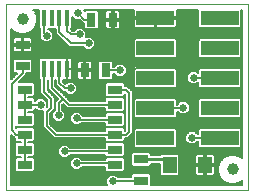
<source format=gtl>
G75*
%MOIN*%
%OFA0B0*%
%FSLAX25Y25*%
%IPPOS*%
%LPD*%
%AMOC8*
5,1,8,0,0,1.08239X$1,22.5*
%
%ADD10C,0.00000*%
%ADD11R,0.03150X0.04724*%
%ADD12R,0.05000X0.02992*%
%ADD13R,0.12500X0.05000*%
%ADD14R,0.04724X0.05512*%
%ADD15R,0.04724X0.03150*%
%ADD16C,0.03937*%
%ADD17R,0.01700X0.05600*%
%ADD18C,0.02600*%
%ADD19C,0.00600*%
%ADD20C,0.01000*%
D10*
X0001500Y0002050D02*
X0082000Y0002050D01*
X0082000Y0064050D01*
X0001500Y0064050D01*
X0001500Y0002050D01*
D11*
X0027657Y0042050D03*
X0034743Y0042050D03*
X0037043Y0058950D03*
X0029957Y0058950D03*
D12*
X0037763Y0035619D03*
X0037763Y0030619D03*
X0037763Y0025619D03*
X0037763Y0020619D03*
X0037763Y0015619D03*
X0037763Y0010619D03*
X0007763Y0010619D03*
X0007763Y0015619D03*
X0007763Y0020619D03*
X0007763Y0025619D03*
X0007763Y0030619D03*
X0007763Y0035619D03*
D13*
X0051300Y0039450D03*
X0051300Y0029450D03*
X0051300Y0019450D03*
X0072800Y0019450D03*
X0072800Y0029450D03*
X0072800Y0039450D03*
X0072800Y0049450D03*
X0072800Y0059450D03*
X0051300Y0059450D03*
X0051300Y0049450D03*
D14*
X0055994Y0010450D03*
X0067806Y0010450D03*
D15*
X0046400Y0012393D03*
X0046400Y0005307D03*
X0007000Y0043507D03*
X0007000Y0050593D03*
D16*
X0007000Y0059050D03*
X0077000Y0009050D03*
D17*
X0021839Y0042500D03*
X0019280Y0042500D03*
X0016720Y0042500D03*
X0014161Y0042500D03*
X0014161Y0059600D03*
X0016720Y0059600D03*
X0019280Y0059600D03*
X0021839Y0059600D03*
D18*
X0025500Y0061050D03*
X0026000Y0054050D03*
X0029000Y0051050D03*
X0039500Y0042050D03*
X0023000Y0036050D03*
X0013000Y0030550D03*
X0019000Y0027050D03*
X0025000Y0026050D03*
X0021000Y0015050D03*
X0025000Y0011050D03*
X0037000Y0005050D03*
X0063500Y0019550D03*
X0060500Y0029550D03*
X0064000Y0039550D03*
X0015000Y0053550D03*
D19*
X0014161Y0054389D01*
X0014161Y0059600D01*
X0012411Y0059507D02*
X0011837Y0059507D01*
X0011837Y0060012D02*
X0011101Y0061790D01*
X0010641Y0062250D01*
X0012411Y0062250D01*
X0012411Y0056427D01*
X0012939Y0055900D01*
X0012961Y0055900D01*
X0012961Y0054623D01*
X0012800Y0054461D01*
X0012800Y0052639D01*
X0014089Y0051350D01*
X0015911Y0051350D01*
X0017200Y0052639D01*
X0017200Y0054461D01*
X0015911Y0055750D01*
X0015361Y0055750D01*
X0015361Y0055900D01*
X0015384Y0055900D01*
X0015441Y0055957D01*
X0015498Y0055900D01*
X0017943Y0055900D01*
X0018000Y0055957D01*
X0018057Y0055900D01*
X0018080Y0055900D01*
X0018080Y0054273D01*
X0021800Y0050553D01*
X0022503Y0049850D01*
X0027089Y0049850D01*
X0028089Y0048850D01*
X0029911Y0048850D01*
X0031200Y0050139D01*
X0031200Y0051961D01*
X0029911Y0053250D01*
X0028200Y0053250D01*
X0028200Y0054961D01*
X0026911Y0056250D01*
X0025089Y0056250D01*
X0024089Y0055250D01*
X0023497Y0055250D01*
X0023039Y0055708D01*
X0023039Y0055900D01*
X0023061Y0055900D01*
X0023589Y0056427D01*
X0023589Y0059850D01*
X0024589Y0058850D01*
X0026003Y0058850D01*
X0027103Y0057750D01*
X0027482Y0057750D01*
X0027482Y0056215D01*
X0028009Y0055688D01*
X0031904Y0055688D01*
X0032431Y0056215D01*
X0032431Y0061685D01*
X0031904Y0062212D01*
X0028009Y0062212D01*
X0027700Y0061903D01*
X0027700Y0061961D01*
X0027411Y0062250D01*
X0044200Y0062250D01*
X0044150Y0062129D01*
X0044150Y0059750D01*
X0051000Y0059750D01*
X0051000Y0059150D01*
X0051600Y0059150D01*
X0051600Y0059750D01*
X0058450Y0059750D01*
X0058450Y0062129D01*
X0058400Y0062250D01*
X0065650Y0062250D01*
X0065650Y0056577D01*
X0066177Y0056050D01*
X0079423Y0056050D01*
X0079950Y0056577D01*
X0079950Y0062250D01*
X0080200Y0062250D01*
X0080200Y0012691D01*
X0079740Y0013151D01*
X0077962Y0013887D01*
X0076038Y0013887D01*
X0074260Y0013151D01*
X0072899Y0011790D01*
X0072163Y0010012D01*
X0072163Y0008088D01*
X0072899Y0006310D01*
X0074260Y0004949D01*
X0076038Y0004213D01*
X0077962Y0004213D01*
X0079740Y0004949D01*
X0080200Y0005409D01*
X0080200Y0003850D01*
X0049662Y0003850D01*
X0049662Y0007254D01*
X0049135Y0007781D01*
X0043665Y0007781D01*
X0043138Y0007254D01*
X0043138Y0006507D01*
X0038655Y0006507D01*
X0037911Y0007250D01*
X0036089Y0007250D01*
X0034800Y0005961D01*
X0034800Y0004139D01*
X0035089Y0003850D01*
X0003300Y0003850D01*
X0003300Y0020553D01*
X0004363Y0019490D01*
X0004363Y0018750D01*
X0004890Y0018222D01*
X0006563Y0018222D01*
X0006563Y0018015D01*
X0004890Y0018015D01*
X0004363Y0017487D01*
X0004363Y0013750D01*
X0004890Y0013222D01*
X0006563Y0013222D01*
X0006563Y0013015D01*
X0004890Y0013015D01*
X0004363Y0012487D01*
X0004363Y0008750D01*
X0004890Y0008222D01*
X0010636Y0008222D01*
X0011163Y0008750D01*
X0011163Y0012487D01*
X0010636Y0013015D01*
X0008963Y0013015D01*
X0008963Y0013222D01*
X0010636Y0013222D01*
X0011163Y0013750D01*
X0011163Y0017487D01*
X0010636Y0018015D01*
X0008963Y0018015D01*
X0008963Y0018222D01*
X0010636Y0018222D01*
X0011163Y0018750D01*
X0011163Y0022487D01*
X0010636Y0023015D01*
X0004890Y0023015D01*
X0004700Y0022824D01*
X0004700Y0023413D01*
X0004890Y0023222D01*
X0010636Y0023222D01*
X0011163Y0023750D01*
X0011163Y0027487D01*
X0010636Y0028015D01*
X0008963Y0028015D01*
X0008963Y0028222D01*
X0010636Y0028222D01*
X0011163Y0028750D01*
X0011163Y0029276D01*
X0012089Y0028350D01*
X0013800Y0028350D01*
X0013800Y0023053D01*
X0016800Y0020053D01*
X0017503Y0019350D01*
X0034363Y0019350D01*
X0034363Y0018750D01*
X0034890Y0018222D01*
X0040636Y0018222D01*
X0041163Y0018750D01*
X0041163Y0019350D01*
X0041997Y0019350D01*
X0042700Y0020053D01*
X0043700Y0021053D01*
X0043700Y0035047D01*
X0042997Y0035750D01*
X0041929Y0036818D01*
X0041163Y0036818D01*
X0041163Y0037487D01*
X0040636Y0038015D01*
X0034890Y0038015D01*
X0034363Y0037487D01*
X0034363Y0033750D01*
X0034890Y0033222D01*
X0040636Y0033222D01*
X0041163Y0033750D01*
X0041163Y0034190D01*
X0041300Y0034053D01*
X0041300Y0022047D01*
X0041163Y0021910D01*
X0041163Y0022487D01*
X0040636Y0023015D01*
X0034890Y0023015D01*
X0034363Y0022487D01*
X0034363Y0021750D01*
X0018497Y0021750D01*
X0016200Y0024047D01*
X0016200Y0027553D01*
X0017700Y0029053D01*
X0017700Y0033047D01*
X0016997Y0033750D01*
X0015361Y0035386D01*
X0015361Y0038800D01*
X0015384Y0038800D01*
X0015441Y0038857D01*
X0015498Y0038800D01*
X0015520Y0038800D01*
X0015520Y0035832D01*
X0016223Y0035130D01*
X0018803Y0032550D01*
X0017800Y0031547D01*
X0017800Y0028961D01*
X0016800Y0027961D01*
X0016800Y0026139D01*
X0018089Y0024850D01*
X0019911Y0024850D01*
X0021200Y0026139D01*
X0021200Y0027961D01*
X0020200Y0028961D01*
X0020200Y0030553D01*
X0020500Y0030853D01*
X0021934Y0029419D01*
X0034363Y0029419D01*
X0034363Y0028750D01*
X0034890Y0028222D01*
X0040636Y0028222D01*
X0041163Y0028750D01*
X0041163Y0032487D01*
X0040636Y0033015D01*
X0034890Y0033015D01*
X0034363Y0032487D01*
X0034363Y0031818D01*
X0022929Y0031818D01*
X0021700Y0033047D01*
X0020997Y0033750D01*
X0017920Y0036827D01*
X0017920Y0038800D01*
X0017943Y0038800D01*
X0018000Y0038857D01*
X0018057Y0038800D01*
X0018080Y0038800D01*
X0018080Y0037273D01*
X0018782Y0036570D01*
X0020503Y0034850D01*
X0021089Y0034850D01*
X0022089Y0033850D01*
X0023911Y0033850D01*
X0025200Y0035139D01*
X0025200Y0036961D01*
X0023911Y0038250D01*
X0022089Y0038250D01*
X0021293Y0037454D01*
X0020479Y0038268D01*
X0020479Y0038800D01*
X0020502Y0038800D01*
X0020592Y0038890D01*
X0020810Y0038800D01*
X0021714Y0038800D01*
X0021714Y0042375D01*
X0021964Y0042375D01*
X0021964Y0042625D01*
X0023589Y0042625D01*
X0023589Y0045479D01*
X0023452Y0045810D01*
X0023198Y0046063D01*
X0022868Y0046200D01*
X0021964Y0046200D01*
X0021964Y0042625D01*
X0021714Y0042625D01*
X0021714Y0046200D01*
X0020810Y0046200D01*
X0020592Y0046110D01*
X0020502Y0046200D01*
X0018057Y0046200D01*
X0018000Y0046143D01*
X0017943Y0046200D01*
X0015498Y0046200D01*
X0015441Y0046143D01*
X0015384Y0046200D01*
X0012939Y0046200D01*
X0012411Y0045673D01*
X0012411Y0039327D01*
X0012939Y0038800D01*
X0012961Y0038800D01*
X0012961Y0034392D01*
X0015300Y0032053D01*
X0015300Y0030047D01*
X0015200Y0029947D01*
X0015200Y0031461D01*
X0013911Y0032750D01*
X0012089Y0032750D01*
X0011163Y0031824D01*
X0011163Y0032487D01*
X0010636Y0033015D01*
X0008963Y0033015D01*
X0008963Y0033222D01*
X0010636Y0033222D01*
X0011163Y0033750D01*
X0011163Y0037487D01*
X0010636Y0038015D01*
X0005662Y0038015D01*
X0008200Y0040553D01*
X0008200Y0041032D01*
X0009735Y0041032D01*
X0010262Y0041559D01*
X0010262Y0045454D01*
X0009735Y0045981D01*
X0004265Y0045981D01*
X0003738Y0045454D01*
X0003738Y0041559D01*
X0004265Y0041032D01*
X0005285Y0041032D01*
X0003300Y0039047D01*
X0003300Y0055909D01*
X0004260Y0054949D01*
X0006038Y0054213D01*
X0007962Y0054213D01*
X0009740Y0054949D01*
X0011101Y0056310D01*
X0011837Y0058088D01*
X0011837Y0060012D01*
X0011798Y0060106D02*
X0012411Y0060106D01*
X0012411Y0060704D02*
X0011550Y0060704D01*
X0011302Y0061303D02*
X0012411Y0061303D01*
X0012411Y0061901D02*
X0010989Y0061901D01*
X0011837Y0058909D02*
X0012411Y0058909D01*
X0012411Y0058310D02*
X0011837Y0058310D01*
X0011681Y0057712D02*
X0012411Y0057712D01*
X0012411Y0057113D02*
X0011433Y0057113D01*
X0011185Y0056515D02*
X0012411Y0056515D01*
X0012923Y0055916D02*
X0010707Y0055916D01*
X0010108Y0055318D02*
X0012961Y0055318D01*
X0012961Y0054719D02*
X0009184Y0054719D01*
X0009541Y0053068D02*
X0007300Y0053068D01*
X0007300Y0050893D01*
X0010262Y0050893D01*
X0010262Y0052347D01*
X0010125Y0052678D01*
X0009872Y0052931D01*
X0009541Y0053068D01*
X0009880Y0052923D02*
X0012800Y0052923D01*
X0012800Y0053522D02*
X0003300Y0053522D01*
X0003300Y0054120D02*
X0012800Y0054120D01*
X0013114Y0052325D02*
X0010262Y0052325D01*
X0010262Y0051726D02*
X0013712Y0051726D01*
X0016288Y0051726D02*
X0020627Y0051726D01*
X0021225Y0051128D02*
X0010262Y0051128D01*
X0010262Y0050293D02*
X0007300Y0050293D01*
X0007300Y0048119D01*
X0009541Y0048119D01*
X0009872Y0048256D01*
X0010125Y0048509D01*
X0010262Y0048839D01*
X0010262Y0050293D01*
X0010262Y0049931D02*
X0022422Y0049931D01*
X0021824Y0050529D02*
X0007300Y0050529D01*
X0007300Y0050293D02*
X0007300Y0050893D01*
X0006700Y0050893D01*
X0006700Y0050293D01*
X0007300Y0050293D01*
X0007300Y0049931D02*
X0006700Y0049931D01*
X0006700Y0050293D02*
X0006700Y0048119D01*
X0004459Y0048119D01*
X0004128Y0048256D01*
X0003875Y0048509D01*
X0003738Y0048839D01*
X0003738Y0050293D01*
X0006700Y0050293D01*
X0006700Y0050529D02*
X0003300Y0050529D01*
X0003738Y0050893D02*
X0003738Y0052347D01*
X0003875Y0052678D01*
X0004128Y0052931D01*
X0004459Y0053068D01*
X0006700Y0053068D01*
X0006700Y0050893D01*
X0003738Y0050893D01*
X0003738Y0051128D02*
X0003300Y0051128D01*
X0003300Y0051726D02*
X0003738Y0051726D01*
X0003738Y0052325D02*
X0003300Y0052325D01*
X0003300Y0052923D02*
X0004120Y0052923D01*
X0004816Y0054719D02*
X0003300Y0054719D01*
X0003300Y0055318D02*
X0003892Y0055318D01*
X0006700Y0052923D02*
X0007300Y0052923D01*
X0007300Y0052325D02*
X0006700Y0052325D01*
X0006700Y0051726D02*
X0007300Y0051726D01*
X0007300Y0051128D02*
X0006700Y0051128D01*
X0006700Y0049332D02*
X0007300Y0049332D01*
X0007300Y0048734D02*
X0006700Y0048734D01*
X0006700Y0048135D02*
X0007300Y0048135D01*
X0009582Y0048135D02*
X0044150Y0048135D01*
X0044150Y0047537D02*
X0003300Y0047537D01*
X0003300Y0048135D02*
X0004418Y0048135D01*
X0003782Y0048734D02*
X0003300Y0048734D01*
X0003300Y0049332D02*
X0003738Y0049332D01*
X0003738Y0049931D02*
X0003300Y0049931D01*
X0003300Y0046938D02*
X0044150Y0046938D01*
X0044150Y0046577D02*
X0044677Y0046050D01*
X0057923Y0046050D01*
X0058450Y0046577D01*
X0058450Y0052323D01*
X0057923Y0052850D01*
X0044677Y0052850D01*
X0044150Y0052323D01*
X0044150Y0046577D01*
X0044387Y0046340D02*
X0003300Y0046340D01*
X0003300Y0045741D02*
X0004025Y0045741D01*
X0003738Y0045143D02*
X0003300Y0045143D01*
X0003300Y0044544D02*
X0003738Y0044544D01*
X0003738Y0043946D02*
X0003300Y0043946D01*
X0003300Y0043347D02*
X0003738Y0043347D01*
X0003738Y0042749D02*
X0003300Y0042749D01*
X0003300Y0042150D02*
X0003738Y0042150D01*
X0003745Y0041552D02*
X0003300Y0041552D01*
X0003300Y0040953D02*
X0005206Y0040953D01*
X0004608Y0040355D02*
X0003300Y0040355D01*
X0003300Y0039756D02*
X0004009Y0039756D01*
X0003411Y0039158D02*
X0003300Y0039158D01*
X0003500Y0037550D02*
X0007000Y0041050D01*
X0007000Y0043507D01*
X0008200Y0040953D02*
X0012411Y0040953D01*
X0012411Y0040355D02*
X0008002Y0040355D01*
X0007403Y0039756D02*
X0012411Y0039756D01*
X0012581Y0039158D02*
X0006805Y0039158D01*
X0006206Y0038559D02*
X0012961Y0038559D01*
X0012961Y0037961D02*
X0010690Y0037961D01*
X0011163Y0037362D02*
X0012961Y0037362D01*
X0012961Y0036764D02*
X0011163Y0036764D01*
X0011163Y0036165D02*
X0012961Y0036165D01*
X0012961Y0035567D02*
X0011163Y0035567D01*
X0011163Y0034968D02*
X0012961Y0034968D01*
X0012983Y0034370D02*
X0011163Y0034370D01*
X0011163Y0033771D02*
X0013582Y0033771D01*
X0014180Y0033173D02*
X0008963Y0033173D01*
X0011076Y0032574D02*
X0011913Y0032574D01*
X0011314Y0031976D02*
X0011163Y0031976D01*
X0012931Y0030619D02*
X0013000Y0030550D01*
X0012931Y0030619D02*
X0007763Y0030619D01*
X0007763Y0025619D01*
X0011163Y0025392D02*
X0013800Y0025392D01*
X0013800Y0025990D02*
X0011163Y0025990D01*
X0011163Y0026589D02*
X0013800Y0026589D01*
X0013800Y0027187D02*
X0011163Y0027187D01*
X0010864Y0027786D02*
X0013800Y0027786D01*
X0015000Y0028050D02*
X0015000Y0023550D01*
X0018000Y0020550D01*
X0037694Y0020550D01*
X0037763Y0020619D01*
X0037831Y0020550D01*
X0041500Y0020550D01*
X0042500Y0021550D01*
X0042500Y0034550D01*
X0041431Y0035619D01*
X0037763Y0035619D01*
X0034363Y0035567D02*
X0025200Y0035567D01*
X0025200Y0036165D02*
X0034363Y0036165D01*
X0034363Y0036764D02*
X0025200Y0036764D01*
X0024799Y0037362D02*
X0034363Y0037362D01*
X0034836Y0037961D02*
X0024201Y0037961D01*
X0023198Y0038937D02*
X0023452Y0039190D01*
X0023589Y0039521D01*
X0023589Y0042375D01*
X0021964Y0042375D01*
X0021964Y0038800D01*
X0022868Y0038800D01*
X0023198Y0038937D01*
X0023419Y0039158D02*
X0025339Y0039158D01*
X0025319Y0039178D02*
X0025572Y0038925D01*
X0025903Y0038788D01*
X0027357Y0038788D01*
X0027357Y0041750D01*
X0027957Y0041750D01*
X0027957Y0042350D01*
X0030131Y0042350D01*
X0030131Y0044591D01*
X0029994Y0044922D01*
X0029741Y0045175D01*
X0029411Y0045312D01*
X0027957Y0045312D01*
X0027957Y0042350D01*
X0027357Y0042350D01*
X0027357Y0045312D01*
X0025903Y0045312D01*
X0025572Y0045175D01*
X0025319Y0044922D01*
X0025182Y0044591D01*
X0025182Y0042350D01*
X0027357Y0042350D01*
X0027357Y0041750D01*
X0025182Y0041750D01*
X0025182Y0039509D01*
X0025319Y0039178D01*
X0025182Y0039756D02*
X0023589Y0039756D01*
X0023589Y0040355D02*
X0025182Y0040355D01*
X0025182Y0040953D02*
X0023589Y0040953D01*
X0023589Y0041552D02*
X0025182Y0041552D01*
X0025182Y0042749D02*
X0023589Y0042749D01*
X0023589Y0043347D02*
X0025182Y0043347D01*
X0025182Y0043946D02*
X0023589Y0043946D01*
X0023589Y0044544D02*
X0025182Y0044544D01*
X0025540Y0045143D02*
X0023589Y0045143D01*
X0023480Y0045741D02*
X0080200Y0045741D01*
X0080200Y0045143D02*
X0036860Y0045143D01*
X0036691Y0045312D02*
X0032796Y0045312D01*
X0032269Y0044785D01*
X0032269Y0039315D01*
X0032796Y0038788D01*
X0036691Y0038788D01*
X0037218Y0039315D01*
X0037218Y0040850D01*
X0037589Y0040850D01*
X0038589Y0039850D01*
X0040411Y0039850D01*
X0041700Y0041139D01*
X0041700Y0042961D01*
X0040411Y0044250D01*
X0038589Y0044250D01*
X0037589Y0043250D01*
X0037218Y0043250D01*
X0037218Y0044785D01*
X0036691Y0045312D01*
X0037218Y0044544D02*
X0080200Y0044544D01*
X0080200Y0043946D02*
X0040715Y0043946D01*
X0041314Y0043347D02*
X0080200Y0043347D01*
X0080200Y0042749D02*
X0079524Y0042749D01*
X0079423Y0042850D02*
X0079950Y0042323D01*
X0079950Y0036577D01*
X0079423Y0036050D01*
X0066177Y0036050D01*
X0065650Y0036577D01*
X0065650Y0038089D01*
X0064911Y0037350D01*
X0063089Y0037350D01*
X0061800Y0038639D01*
X0061800Y0040461D01*
X0063089Y0041750D01*
X0064911Y0041750D01*
X0065650Y0041011D01*
X0065650Y0042323D01*
X0066177Y0042850D01*
X0079423Y0042850D01*
X0079950Y0042150D02*
X0080200Y0042150D01*
X0080200Y0041552D02*
X0079950Y0041552D01*
X0079950Y0040953D02*
X0080200Y0040953D01*
X0080200Y0040355D02*
X0079950Y0040355D01*
X0079950Y0039756D02*
X0080200Y0039756D01*
X0080200Y0039158D02*
X0079950Y0039158D01*
X0079950Y0038559D02*
X0080200Y0038559D01*
X0080200Y0037961D02*
X0079950Y0037961D01*
X0079950Y0037362D02*
X0080200Y0037362D01*
X0080200Y0036764D02*
X0079950Y0036764D01*
X0080200Y0036165D02*
X0079538Y0036165D01*
X0080200Y0035567D02*
X0043180Y0035567D01*
X0043700Y0034968D02*
X0080200Y0034968D01*
X0080200Y0034370D02*
X0043700Y0034370D01*
X0043700Y0033771D02*
X0080200Y0033771D01*
X0080200Y0033173D02*
X0043700Y0033173D01*
X0043700Y0032574D02*
X0044401Y0032574D01*
X0044150Y0032323D02*
X0044677Y0032850D01*
X0057923Y0032850D01*
X0058450Y0032323D01*
X0058450Y0030650D01*
X0058489Y0030650D01*
X0059589Y0031750D01*
X0061411Y0031750D01*
X0062700Y0030461D01*
X0062700Y0028639D01*
X0061411Y0027350D01*
X0059589Y0027350D01*
X0058689Y0028250D01*
X0058450Y0028250D01*
X0058450Y0026577D01*
X0057923Y0026050D01*
X0044677Y0026050D01*
X0044150Y0026577D01*
X0044150Y0032323D01*
X0044150Y0031976D02*
X0043700Y0031976D01*
X0043700Y0031377D02*
X0044150Y0031377D01*
X0044150Y0030779D02*
X0043700Y0030779D01*
X0043700Y0030180D02*
X0044150Y0030180D01*
X0044150Y0029582D02*
X0043700Y0029582D01*
X0043700Y0028983D02*
X0044150Y0028983D01*
X0044150Y0028384D02*
X0043700Y0028384D01*
X0043700Y0027786D02*
X0044150Y0027786D01*
X0044150Y0027187D02*
X0043700Y0027187D01*
X0043700Y0026589D02*
X0044150Y0026589D01*
X0043700Y0025990D02*
X0080200Y0025990D01*
X0080200Y0025392D02*
X0043700Y0025392D01*
X0043700Y0024793D02*
X0080200Y0024793D01*
X0080200Y0024195D02*
X0043700Y0024195D01*
X0043700Y0023596D02*
X0080200Y0023596D01*
X0080200Y0022998D02*
X0043700Y0022998D01*
X0043700Y0022399D02*
X0044227Y0022399D01*
X0044150Y0022323D02*
X0044150Y0016577D01*
X0044677Y0016050D01*
X0057923Y0016050D01*
X0058450Y0016577D01*
X0058450Y0022323D01*
X0057923Y0022850D01*
X0044677Y0022850D01*
X0044150Y0022323D01*
X0044150Y0021801D02*
X0043700Y0021801D01*
X0043700Y0021202D02*
X0044150Y0021202D01*
X0044150Y0020604D02*
X0043251Y0020604D01*
X0042652Y0020005D02*
X0044150Y0020005D01*
X0044150Y0019407D02*
X0042054Y0019407D01*
X0041163Y0018808D02*
X0044150Y0018808D01*
X0044150Y0018210D02*
X0008963Y0018210D01*
X0011039Y0017611D02*
X0034487Y0017611D01*
X0034363Y0017487D02*
X0034363Y0016250D01*
X0022911Y0016250D01*
X0021911Y0017250D01*
X0020089Y0017250D01*
X0018800Y0015961D01*
X0018800Y0014139D01*
X0020089Y0012850D01*
X0021911Y0012850D01*
X0022911Y0013850D01*
X0034363Y0013850D01*
X0034363Y0013750D01*
X0034890Y0013222D01*
X0040636Y0013222D01*
X0041163Y0013750D01*
X0041163Y0017487D01*
X0040636Y0018015D01*
X0034890Y0018015D01*
X0034363Y0017487D01*
X0034363Y0017013D02*
X0022148Y0017013D01*
X0022747Y0016414D02*
X0034363Y0016414D01*
X0037194Y0015050D02*
X0021000Y0015050D01*
X0022483Y0013422D02*
X0034691Y0013422D01*
X0034890Y0013015D02*
X0034363Y0012487D01*
X0034363Y0012250D01*
X0026911Y0012250D01*
X0025911Y0013250D01*
X0024089Y0013250D01*
X0022800Y0011961D01*
X0022800Y0010139D01*
X0024089Y0008850D01*
X0025911Y0008850D01*
X0026911Y0009850D01*
X0034363Y0009850D01*
X0034363Y0008750D01*
X0034890Y0008222D01*
X0040636Y0008222D01*
X0041163Y0008750D01*
X0041163Y0012487D01*
X0040636Y0013015D01*
X0034890Y0013015D01*
X0034699Y0012823D02*
X0026338Y0012823D01*
X0025000Y0011050D02*
X0037331Y0011050D01*
X0037763Y0010619D01*
X0040827Y0012823D02*
X0043138Y0012823D01*
X0043138Y0012225D02*
X0041163Y0012225D01*
X0041163Y0011626D02*
X0043138Y0011626D01*
X0043138Y0011028D02*
X0041163Y0011028D01*
X0041163Y0010429D02*
X0043154Y0010429D01*
X0043138Y0010446D02*
X0043665Y0009919D01*
X0049135Y0009919D01*
X0049662Y0010446D01*
X0049662Y0010993D01*
X0052732Y0010993D01*
X0052732Y0007321D01*
X0053259Y0006794D01*
X0058729Y0006794D01*
X0059257Y0007321D01*
X0059257Y0013579D01*
X0058729Y0014106D01*
X0053259Y0014106D01*
X0052947Y0013793D01*
X0049662Y0013793D01*
X0049662Y0014341D01*
X0049135Y0014868D01*
X0043665Y0014868D01*
X0043138Y0014341D01*
X0043138Y0010446D01*
X0041163Y0009831D02*
X0052732Y0009831D01*
X0052732Y0010429D02*
X0049646Y0010429D01*
X0049480Y0007437D02*
X0052732Y0007437D01*
X0052732Y0008035D02*
X0003300Y0008035D01*
X0003300Y0007437D02*
X0043320Y0007437D01*
X0043138Y0006838D02*
X0038323Y0006838D01*
X0037257Y0005307D02*
X0037000Y0005050D01*
X0037257Y0005307D02*
X0046400Y0005307D01*
X0049662Y0005043D02*
X0074167Y0005043D01*
X0073568Y0005641D02*
X0049662Y0005641D01*
X0049662Y0006240D02*
X0072970Y0006240D01*
X0072681Y0006838D02*
X0070453Y0006838D01*
X0070347Y0006794D02*
X0070678Y0006931D01*
X0070931Y0007184D01*
X0071068Y0007515D01*
X0071068Y0010150D01*
X0068106Y0010150D01*
X0068106Y0010750D01*
X0071068Y0010750D01*
X0071068Y0013385D01*
X0070931Y0013716D01*
X0070678Y0013969D01*
X0070347Y0014106D01*
X0068105Y0014106D01*
X0068105Y0010750D01*
X0067506Y0010750D01*
X0067506Y0014106D01*
X0065264Y0014106D01*
X0064933Y0013969D01*
X0064680Y0013716D01*
X0064543Y0013385D01*
X0064543Y0010750D01*
X0067505Y0010750D01*
X0067505Y0010150D01*
X0064543Y0010150D01*
X0064543Y0007515D01*
X0064680Y0007184D01*
X0064933Y0006931D01*
X0065264Y0006794D01*
X0067506Y0006794D01*
X0067506Y0010150D01*
X0068105Y0010150D01*
X0068105Y0006794D01*
X0070347Y0006794D01*
X0071035Y0007437D02*
X0072433Y0007437D01*
X0072185Y0008035D02*
X0071068Y0008035D01*
X0071068Y0008634D02*
X0072163Y0008634D01*
X0072163Y0009232D02*
X0071068Y0009232D01*
X0071068Y0009831D02*
X0072163Y0009831D01*
X0072336Y0010429D02*
X0068106Y0010429D01*
X0068105Y0009831D02*
X0067506Y0009831D01*
X0067505Y0010429D02*
X0059257Y0010429D01*
X0059257Y0009831D02*
X0064543Y0009831D01*
X0064543Y0009232D02*
X0059257Y0009232D01*
X0059257Y0008634D02*
X0064543Y0008634D01*
X0064543Y0008035D02*
X0059257Y0008035D01*
X0059257Y0007437D02*
X0064576Y0007437D01*
X0065158Y0006838D02*
X0058773Y0006838D01*
X0059257Y0011028D02*
X0064543Y0011028D01*
X0064543Y0011626D02*
X0059257Y0011626D01*
X0059257Y0012225D02*
X0064543Y0012225D01*
X0064543Y0012823D02*
X0059257Y0012823D01*
X0059257Y0013422D02*
X0064559Y0013422D01*
X0065057Y0014020D02*
X0058815Y0014020D01*
X0058287Y0016414D02*
X0065813Y0016414D01*
X0065650Y0016577D02*
X0066177Y0016050D01*
X0079423Y0016050D01*
X0079950Y0016577D01*
X0079950Y0022323D01*
X0079423Y0022850D01*
X0066177Y0022850D01*
X0065650Y0022323D01*
X0065650Y0020750D01*
X0065411Y0020750D01*
X0064411Y0021750D01*
X0062589Y0021750D01*
X0061300Y0020461D01*
X0061300Y0018639D01*
X0062589Y0017350D01*
X0064411Y0017350D01*
X0065411Y0018350D01*
X0065650Y0018350D01*
X0065650Y0016577D01*
X0065650Y0017013D02*
X0058450Y0017013D01*
X0058450Y0017611D02*
X0062327Y0017611D01*
X0061729Y0018210D02*
X0058450Y0018210D01*
X0058450Y0018808D02*
X0061300Y0018808D01*
X0061300Y0019407D02*
X0058450Y0019407D01*
X0058450Y0020005D02*
X0061300Y0020005D01*
X0061443Y0020604D02*
X0058450Y0020604D01*
X0058450Y0021202D02*
X0062041Y0021202D01*
X0063500Y0019550D02*
X0072700Y0019550D01*
X0072800Y0019450D01*
X0065727Y0022399D02*
X0058373Y0022399D01*
X0058450Y0021801D02*
X0065650Y0021801D01*
X0065650Y0021202D02*
X0064959Y0021202D01*
X0065271Y0018210D02*
X0065650Y0018210D01*
X0065650Y0017611D02*
X0064673Y0017611D01*
X0067506Y0014020D02*
X0068105Y0014020D01*
X0068105Y0013422D02*
X0067506Y0013422D01*
X0067506Y0012823D02*
X0068105Y0012823D01*
X0068105Y0012225D02*
X0067506Y0012225D01*
X0067506Y0011626D02*
X0068105Y0011626D01*
X0068105Y0011028D02*
X0067506Y0011028D01*
X0067506Y0009232D02*
X0068105Y0009232D01*
X0068105Y0008634D02*
X0067506Y0008634D01*
X0067506Y0008035D02*
X0068105Y0008035D01*
X0068105Y0007437D02*
X0067506Y0007437D01*
X0067506Y0006838D02*
X0068105Y0006838D01*
X0071068Y0011028D02*
X0072584Y0011028D01*
X0072832Y0011626D02*
X0071068Y0011626D01*
X0071068Y0012225D02*
X0073334Y0012225D01*
X0073933Y0012823D02*
X0071068Y0012823D01*
X0071052Y0013422D02*
X0074915Y0013422D01*
X0079085Y0013422D02*
X0080200Y0013422D01*
X0080200Y0014020D02*
X0070554Y0014020D01*
X0079787Y0016414D02*
X0080200Y0016414D01*
X0080200Y0015816D02*
X0041163Y0015816D01*
X0041163Y0016414D02*
X0044313Y0016414D01*
X0044150Y0017013D02*
X0041163Y0017013D01*
X0041039Y0017611D02*
X0044150Y0017611D01*
X0041163Y0015217D02*
X0080200Y0015217D01*
X0080200Y0014619D02*
X0049384Y0014619D01*
X0049662Y0014020D02*
X0053174Y0014020D01*
X0052732Y0009232D02*
X0041163Y0009232D01*
X0041047Y0008634D02*
X0052732Y0008634D01*
X0053215Y0006838D02*
X0049662Y0006838D01*
X0049662Y0004444D02*
X0075480Y0004444D01*
X0078520Y0004444D02*
X0080200Y0004444D01*
X0080200Y0005043D02*
X0079833Y0005043D01*
X0080067Y0012823D02*
X0080200Y0012823D01*
X0080200Y0017013D02*
X0079950Y0017013D01*
X0079950Y0017611D02*
X0080200Y0017611D01*
X0080200Y0018210D02*
X0079950Y0018210D01*
X0079950Y0018808D02*
X0080200Y0018808D01*
X0080200Y0019407D02*
X0079950Y0019407D01*
X0079950Y0020005D02*
X0080200Y0020005D01*
X0080200Y0020604D02*
X0079950Y0020604D01*
X0079950Y0021202D02*
X0080200Y0021202D01*
X0080200Y0021801D02*
X0079950Y0021801D01*
X0079873Y0022399D02*
X0080200Y0022399D01*
X0079423Y0026050D02*
X0079950Y0026577D01*
X0079950Y0032323D01*
X0079423Y0032850D01*
X0066177Y0032850D01*
X0065650Y0032323D01*
X0065650Y0026577D01*
X0066177Y0026050D01*
X0079423Y0026050D01*
X0079950Y0026589D02*
X0080200Y0026589D01*
X0080200Y0027187D02*
X0079950Y0027187D01*
X0079950Y0027786D02*
X0080200Y0027786D01*
X0080200Y0028384D02*
X0079950Y0028384D01*
X0079950Y0028983D02*
X0080200Y0028983D01*
X0080200Y0029582D02*
X0079950Y0029582D01*
X0079950Y0030180D02*
X0080200Y0030180D01*
X0080200Y0030779D02*
X0079950Y0030779D01*
X0079950Y0031377D02*
X0080200Y0031377D01*
X0080200Y0031976D02*
X0079950Y0031976D01*
X0079699Y0032574D02*
X0080200Y0032574D01*
X0072800Y0039450D02*
X0072700Y0039550D01*
X0064000Y0039550D01*
X0065522Y0037961D02*
X0065650Y0037961D01*
X0065650Y0037362D02*
X0064923Y0037362D01*
X0065650Y0036764D02*
X0058450Y0036764D01*
X0058450Y0036577D02*
X0058450Y0042323D01*
X0057923Y0042850D01*
X0044677Y0042850D01*
X0044150Y0042323D01*
X0044150Y0036577D01*
X0044677Y0036050D01*
X0057923Y0036050D01*
X0058450Y0036577D01*
X0058038Y0036165D02*
X0066062Y0036165D01*
X0063077Y0037362D02*
X0058450Y0037362D01*
X0058450Y0037961D02*
X0062478Y0037961D01*
X0061880Y0038559D02*
X0058450Y0038559D01*
X0058450Y0039158D02*
X0061800Y0039158D01*
X0061800Y0039756D02*
X0058450Y0039756D01*
X0058450Y0040355D02*
X0061800Y0040355D01*
X0062292Y0040953D02*
X0058450Y0040953D01*
X0058450Y0041552D02*
X0062890Y0041552D01*
X0065110Y0041552D02*
X0065650Y0041552D01*
X0065650Y0042150D02*
X0058450Y0042150D01*
X0058024Y0042749D02*
X0066076Y0042749D01*
X0066177Y0046050D02*
X0079423Y0046050D01*
X0079950Y0046577D01*
X0079950Y0052323D01*
X0079423Y0052850D01*
X0066177Y0052850D01*
X0065650Y0052323D01*
X0065650Y0046577D01*
X0066177Y0046050D01*
X0065887Y0046340D02*
X0058213Y0046340D01*
X0058450Y0046938D02*
X0065650Y0046938D01*
X0065650Y0047537D02*
X0058450Y0047537D01*
X0058450Y0048135D02*
X0065650Y0048135D01*
X0065650Y0048734D02*
X0058450Y0048734D01*
X0058450Y0049332D02*
X0065650Y0049332D01*
X0065650Y0049931D02*
X0058450Y0049931D01*
X0058450Y0050529D02*
X0065650Y0050529D01*
X0065650Y0051128D02*
X0058450Y0051128D01*
X0058450Y0051726D02*
X0065650Y0051726D01*
X0065652Y0052325D02*
X0058448Y0052325D01*
X0057729Y0056050D02*
X0058060Y0056187D01*
X0058313Y0056440D01*
X0058450Y0056771D01*
X0058450Y0059150D01*
X0051600Y0059150D01*
X0051600Y0056050D01*
X0057729Y0056050D01*
X0058344Y0056515D02*
X0065713Y0056515D01*
X0065650Y0057113D02*
X0058450Y0057113D01*
X0058450Y0057712D02*
X0065650Y0057712D01*
X0065650Y0058310D02*
X0058450Y0058310D01*
X0058450Y0058909D02*
X0065650Y0058909D01*
X0065650Y0059507D02*
X0051600Y0059507D01*
X0051600Y0058909D02*
X0051000Y0058909D01*
X0051000Y0059150D02*
X0051000Y0056050D01*
X0044871Y0056050D01*
X0044540Y0056187D01*
X0044287Y0056440D01*
X0044150Y0056771D01*
X0044150Y0059150D01*
X0051000Y0059150D01*
X0051000Y0059507D02*
X0039518Y0059507D01*
X0039518Y0059250D02*
X0039518Y0061491D01*
X0039381Y0061822D01*
X0039128Y0062075D01*
X0038797Y0062212D01*
X0037343Y0062212D01*
X0037343Y0059250D01*
X0036743Y0059250D01*
X0036743Y0058650D01*
X0034569Y0058650D01*
X0034569Y0056409D01*
X0034706Y0056078D01*
X0034959Y0055825D01*
X0035289Y0055688D01*
X0036743Y0055688D01*
X0036743Y0058650D01*
X0037343Y0058650D01*
X0037343Y0055688D01*
X0038797Y0055688D01*
X0039128Y0055825D01*
X0039381Y0056078D01*
X0039518Y0056409D01*
X0039518Y0058650D01*
X0037343Y0058650D01*
X0037343Y0059250D01*
X0039518Y0059250D01*
X0039518Y0060106D02*
X0044150Y0060106D01*
X0044150Y0060704D02*
X0039518Y0060704D01*
X0039518Y0061303D02*
X0044150Y0061303D01*
X0044150Y0061901D02*
X0039302Y0061901D01*
X0037343Y0061901D02*
X0036743Y0061901D01*
X0036743Y0062212D02*
X0035289Y0062212D01*
X0034959Y0062075D01*
X0034706Y0061822D01*
X0034569Y0061491D01*
X0034569Y0059250D01*
X0036743Y0059250D01*
X0036743Y0062212D01*
X0036743Y0061303D02*
X0037343Y0061303D01*
X0037343Y0060704D02*
X0036743Y0060704D01*
X0036743Y0060106D02*
X0037343Y0060106D01*
X0037343Y0059507D02*
X0036743Y0059507D01*
X0036743Y0058909D02*
X0032431Y0058909D01*
X0032431Y0059507D02*
X0034569Y0059507D01*
X0034569Y0060106D02*
X0032431Y0060106D01*
X0032431Y0060704D02*
X0034569Y0060704D01*
X0034569Y0061303D02*
X0032431Y0061303D01*
X0032215Y0061901D02*
X0034785Y0061901D01*
X0037343Y0058909D02*
X0044150Y0058909D01*
X0044150Y0058310D02*
X0039518Y0058310D01*
X0039518Y0057712D02*
X0044150Y0057712D01*
X0044150Y0057113D02*
X0039518Y0057113D01*
X0039518Y0056515D02*
X0044256Y0056515D01*
X0039219Y0055916D02*
X0080200Y0055916D01*
X0080200Y0055318D02*
X0027844Y0055318D01*
X0027781Y0055916D02*
X0027245Y0055916D01*
X0027482Y0056515D02*
X0023589Y0056515D01*
X0023589Y0057113D02*
X0027482Y0057113D01*
X0027482Y0057712D02*
X0023589Y0057712D01*
X0023589Y0058310D02*
X0026543Y0058310D01*
X0027600Y0058950D02*
X0025500Y0061050D01*
X0023932Y0059507D02*
X0023589Y0059507D01*
X0023589Y0058909D02*
X0024530Y0058909D01*
X0021839Y0059600D02*
X0021839Y0055211D01*
X0023000Y0054050D01*
X0026000Y0054050D01*
X0028200Y0054120D02*
X0080200Y0054120D01*
X0080200Y0053522D02*
X0028200Y0053522D01*
X0028200Y0054719D02*
X0080200Y0054719D01*
X0080200Y0052923D02*
X0030238Y0052923D01*
X0030836Y0052325D02*
X0044152Y0052325D01*
X0044150Y0051726D02*
X0031200Y0051726D01*
X0031200Y0051128D02*
X0044150Y0051128D01*
X0044150Y0050529D02*
X0031200Y0050529D01*
X0030992Y0049931D02*
X0044150Y0049931D01*
X0044150Y0049332D02*
X0030394Y0049332D01*
X0029000Y0051050D02*
X0023000Y0051050D01*
X0019280Y0054770D01*
X0019280Y0059600D01*
X0018041Y0055916D02*
X0017959Y0055916D01*
X0018080Y0055318D02*
X0016344Y0055318D01*
X0016942Y0054719D02*
X0018080Y0054719D01*
X0018232Y0054120D02*
X0017200Y0054120D01*
X0017200Y0053522D02*
X0018831Y0053522D01*
X0019429Y0052923D02*
X0017200Y0052923D01*
X0016886Y0052325D02*
X0020028Y0052325D01*
X0023430Y0055318D02*
X0024156Y0055318D01*
X0024755Y0055916D02*
X0023077Y0055916D01*
X0027600Y0058950D02*
X0029957Y0058950D01*
X0032431Y0058310D02*
X0034569Y0058310D01*
X0034569Y0057712D02*
X0032431Y0057712D01*
X0032431Y0057113D02*
X0034569Y0057113D01*
X0034569Y0056515D02*
X0032431Y0056515D01*
X0032133Y0055916D02*
X0034867Y0055916D01*
X0036743Y0055916D02*
X0037343Y0055916D01*
X0037343Y0056515D02*
X0036743Y0056515D01*
X0036743Y0057113D02*
X0037343Y0057113D01*
X0037343Y0057712D02*
X0036743Y0057712D01*
X0036743Y0058310D02*
X0037343Y0058310D01*
X0027606Y0049332D02*
X0010262Y0049332D01*
X0010218Y0048734D02*
X0044150Y0048734D01*
X0038285Y0043946D02*
X0037218Y0043946D01*
X0037218Y0043347D02*
X0037686Y0043347D01*
X0039500Y0042050D02*
X0034743Y0042050D01*
X0037218Y0040355D02*
X0038084Y0040355D01*
X0037218Y0039756D02*
X0044150Y0039756D01*
X0044150Y0039158D02*
X0037061Y0039158D01*
X0040690Y0037961D02*
X0044150Y0037961D01*
X0044150Y0038559D02*
X0020479Y0038559D01*
X0020786Y0037961D02*
X0021799Y0037961D01*
X0021714Y0039158D02*
X0021964Y0039158D01*
X0021964Y0039756D02*
X0021714Y0039756D01*
X0021714Y0040355D02*
X0021964Y0040355D01*
X0021964Y0040953D02*
X0021714Y0040953D01*
X0021714Y0041552D02*
X0021964Y0041552D01*
X0021964Y0042150D02*
X0021714Y0042150D01*
X0021714Y0042749D02*
X0021964Y0042749D01*
X0021964Y0043347D02*
X0021714Y0043347D01*
X0021714Y0043946D02*
X0021964Y0043946D01*
X0021964Y0044544D02*
X0021714Y0044544D01*
X0021714Y0045143D02*
X0021964Y0045143D01*
X0021964Y0045741D02*
X0021714Y0045741D01*
X0019280Y0042500D02*
X0019280Y0037770D01*
X0021000Y0036050D01*
X0023000Y0036050D01*
X0021569Y0034370D02*
X0020377Y0034370D01*
X0020385Y0034968D02*
X0019779Y0034968D01*
X0019786Y0035567D02*
X0019180Y0035567D01*
X0019188Y0036165D02*
X0018582Y0036165D01*
X0018589Y0036764D02*
X0017983Y0036764D01*
X0017920Y0037362D02*
X0018080Y0037362D01*
X0018080Y0037961D02*
X0017920Y0037961D01*
X0017920Y0038559D02*
X0018080Y0038559D01*
X0015520Y0038559D02*
X0015361Y0038559D01*
X0015361Y0037961D02*
X0015520Y0037961D01*
X0015520Y0037362D02*
X0015361Y0037362D01*
X0015361Y0036764D02*
X0015520Y0036764D01*
X0015520Y0036165D02*
X0015361Y0036165D01*
X0015361Y0035567D02*
X0015786Y0035567D01*
X0015779Y0034968D02*
X0016385Y0034968D01*
X0016377Y0034370D02*
X0016983Y0034370D01*
X0016976Y0033771D02*
X0017582Y0033771D01*
X0017574Y0033173D02*
X0018180Y0033173D01*
X0017700Y0032574D02*
X0018779Y0032574D01*
X0018229Y0031976D02*
X0017700Y0031976D01*
X0017700Y0031377D02*
X0017800Y0031377D01*
X0017800Y0030779D02*
X0017700Y0030779D01*
X0017700Y0030180D02*
X0017800Y0030180D01*
X0017800Y0029582D02*
X0017700Y0029582D01*
X0017630Y0028983D02*
X0017800Y0028983D01*
X0017223Y0028384D02*
X0017032Y0028384D01*
X0016800Y0027786D02*
X0016433Y0027786D01*
X0016200Y0027187D02*
X0016800Y0027187D01*
X0016800Y0026589D02*
X0016200Y0026589D01*
X0016200Y0025990D02*
X0016948Y0025990D01*
X0017547Y0025392D02*
X0016200Y0025392D01*
X0016200Y0024793D02*
X0023145Y0024793D01*
X0022800Y0025139D02*
X0024089Y0023850D01*
X0025911Y0023850D01*
X0026480Y0024419D01*
X0034363Y0024419D01*
X0034363Y0023750D01*
X0034890Y0023222D01*
X0040636Y0023222D01*
X0041163Y0023750D01*
X0041163Y0027487D01*
X0040636Y0028015D01*
X0034890Y0028015D01*
X0034363Y0027487D01*
X0034363Y0026818D01*
X0027200Y0026818D01*
X0027200Y0026961D01*
X0025911Y0028250D01*
X0024089Y0028250D01*
X0022800Y0026961D01*
X0022800Y0025139D01*
X0022800Y0025392D02*
X0020453Y0025392D01*
X0021052Y0025990D02*
X0022800Y0025990D01*
X0022800Y0026589D02*
X0021200Y0026589D01*
X0021200Y0027187D02*
X0023026Y0027187D01*
X0023625Y0027786D02*
X0021200Y0027786D01*
X0020777Y0028384D02*
X0034728Y0028384D01*
X0034662Y0027786D02*
X0026375Y0027786D01*
X0026974Y0027187D02*
X0034363Y0027187D01*
X0034363Y0028983D02*
X0020200Y0028983D01*
X0020200Y0029582D02*
X0021771Y0029582D01*
X0021173Y0030180D02*
X0020200Y0030180D01*
X0020426Y0030779D02*
X0020574Y0030779D01*
X0019000Y0031050D02*
X0020500Y0032550D01*
X0016720Y0036330D01*
X0016720Y0042500D01*
X0014161Y0042500D02*
X0014161Y0034889D01*
X0016500Y0032550D01*
X0016500Y0029550D01*
X0015000Y0028050D01*
X0015200Y0030180D02*
X0015300Y0030180D01*
X0015300Y0030779D02*
X0015200Y0030779D01*
X0015200Y0031377D02*
X0015300Y0031377D01*
X0015300Y0031976D02*
X0014686Y0031976D01*
X0014779Y0032574D02*
X0014087Y0032574D01*
X0011456Y0028983D02*
X0011163Y0028983D01*
X0010798Y0028384D02*
X0012054Y0028384D01*
X0011163Y0024793D02*
X0013800Y0024793D01*
X0013800Y0024195D02*
X0011163Y0024195D01*
X0011010Y0023596D02*
X0013800Y0023596D01*
X0013855Y0022998D02*
X0010652Y0022998D01*
X0011163Y0022399D02*
X0014454Y0022399D01*
X0015052Y0021801D02*
X0011163Y0021801D01*
X0011163Y0021202D02*
X0015651Y0021202D01*
X0016249Y0020604D02*
X0011163Y0020604D01*
X0011163Y0020005D02*
X0016848Y0020005D01*
X0017446Y0019407D02*
X0011163Y0019407D01*
X0011163Y0018808D02*
X0034363Y0018808D01*
X0034363Y0021801D02*
X0018446Y0021801D01*
X0017848Y0022399D02*
X0034363Y0022399D01*
X0034874Y0022998D02*
X0017249Y0022998D01*
X0016651Y0023596D02*
X0034516Y0023596D01*
X0034363Y0024195D02*
X0026256Y0024195D01*
X0025431Y0025619D02*
X0025000Y0026050D01*
X0025431Y0025619D02*
X0037763Y0025619D01*
X0041163Y0025392D02*
X0041300Y0025392D01*
X0041300Y0025990D02*
X0041163Y0025990D01*
X0041163Y0026589D02*
X0041300Y0026589D01*
X0041300Y0027187D02*
X0041163Y0027187D01*
X0041300Y0027786D02*
X0040864Y0027786D01*
X0040798Y0028384D02*
X0041300Y0028384D01*
X0041300Y0028983D02*
X0041163Y0028983D01*
X0041163Y0029582D02*
X0041300Y0029582D01*
X0041300Y0030180D02*
X0041163Y0030180D01*
X0041163Y0030779D02*
X0041300Y0030779D01*
X0041300Y0031377D02*
X0041163Y0031377D01*
X0041163Y0031976D02*
X0041300Y0031976D01*
X0041300Y0032574D02*
X0041076Y0032574D01*
X0041300Y0033173D02*
X0021574Y0033173D01*
X0020976Y0033771D02*
X0034363Y0033771D01*
X0034363Y0034370D02*
X0024431Y0034370D01*
X0025029Y0034968D02*
X0034363Y0034968D01*
X0034450Y0032574D02*
X0022173Y0032574D01*
X0022771Y0031976D02*
X0034363Y0031976D01*
X0037763Y0030619D02*
X0022431Y0030619D01*
X0020500Y0032550D01*
X0019000Y0031050D02*
X0019000Y0027050D01*
X0016200Y0024195D02*
X0023744Y0024195D01*
X0019852Y0017013D02*
X0011163Y0017013D01*
X0011163Y0016414D02*
X0019253Y0016414D01*
X0018800Y0015816D02*
X0011163Y0015816D01*
X0011163Y0015217D02*
X0018800Y0015217D01*
X0018800Y0014619D02*
X0011163Y0014619D01*
X0011163Y0014020D02*
X0018918Y0014020D01*
X0019517Y0013422D02*
X0010835Y0013422D01*
X0010827Y0012823D02*
X0023662Y0012823D01*
X0023063Y0012225D02*
X0011163Y0012225D01*
X0011163Y0011626D02*
X0022800Y0011626D01*
X0022800Y0011028D02*
X0011163Y0011028D01*
X0011163Y0010429D02*
X0022800Y0010429D01*
X0023108Y0009831D02*
X0011163Y0009831D01*
X0011163Y0009232D02*
X0023707Y0009232D01*
X0026293Y0009232D02*
X0034363Y0009232D01*
X0034363Y0009831D02*
X0026892Y0009831D01*
X0034479Y0008634D02*
X0011047Y0008634D01*
X0007763Y0010619D02*
X0007763Y0015619D01*
X0007763Y0020619D01*
X0004931Y0020619D01*
X0003500Y0022050D01*
X0003500Y0037550D01*
X0007763Y0035619D02*
X0007763Y0030619D01*
X0004874Y0022998D02*
X0004700Y0022998D01*
X0003848Y0020005D02*
X0003300Y0020005D01*
X0003300Y0019407D02*
X0004363Y0019407D01*
X0004363Y0018808D02*
X0003300Y0018808D01*
X0003300Y0018210D02*
X0006563Y0018210D01*
X0004487Y0017611D02*
X0003300Y0017611D01*
X0003300Y0017013D02*
X0004363Y0017013D01*
X0004363Y0016414D02*
X0003300Y0016414D01*
X0003300Y0015816D02*
X0004363Y0015816D01*
X0004363Y0015217D02*
X0003300Y0015217D01*
X0003300Y0014619D02*
X0004363Y0014619D01*
X0004363Y0014020D02*
X0003300Y0014020D01*
X0003300Y0013422D02*
X0004691Y0013422D01*
X0004699Y0012823D02*
X0003300Y0012823D01*
X0003300Y0012225D02*
X0004363Y0012225D01*
X0004363Y0011626D02*
X0003300Y0011626D01*
X0003300Y0011028D02*
X0004363Y0011028D01*
X0004363Y0010429D02*
X0003300Y0010429D01*
X0003300Y0009831D02*
X0004363Y0009831D01*
X0004363Y0009232D02*
X0003300Y0009232D01*
X0003300Y0008634D02*
X0004479Y0008634D01*
X0003300Y0006838D02*
X0035677Y0006838D01*
X0035078Y0006240D02*
X0003300Y0006240D01*
X0003300Y0005641D02*
X0034800Y0005641D01*
X0034800Y0005043D02*
X0003300Y0005043D01*
X0003300Y0004444D02*
X0034800Y0004444D01*
X0040835Y0013422D02*
X0043138Y0013422D01*
X0043138Y0014020D02*
X0041163Y0014020D01*
X0041163Y0014619D02*
X0043416Y0014619D01*
X0037763Y0015619D02*
X0037194Y0015050D01*
X0041163Y0022399D02*
X0041300Y0022399D01*
X0041300Y0022998D02*
X0040652Y0022998D01*
X0041010Y0023596D02*
X0041300Y0023596D01*
X0041300Y0024195D02*
X0041163Y0024195D01*
X0041163Y0024793D02*
X0041300Y0024793D01*
X0051300Y0029450D02*
X0060400Y0029450D01*
X0060500Y0029550D01*
X0062700Y0029582D02*
X0065650Y0029582D01*
X0065650Y0030180D02*
X0062700Y0030180D01*
X0062383Y0030779D02*
X0065650Y0030779D01*
X0065650Y0031377D02*
X0061784Y0031377D01*
X0059216Y0031377D02*
X0058450Y0031377D01*
X0058450Y0030779D02*
X0058617Y0030779D01*
X0058450Y0031976D02*
X0065650Y0031976D01*
X0065901Y0032574D02*
X0058199Y0032574D01*
X0062700Y0028983D02*
X0065650Y0028983D01*
X0065650Y0028384D02*
X0062446Y0028384D01*
X0061847Y0027786D02*
X0065650Y0027786D01*
X0065650Y0027187D02*
X0058450Y0027187D01*
X0058450Y0026589D02*
X0065650Y0026589D01*
X0059153Y0027786D02*
X0058450Y0027786D01*
X0044562Y0036165D02*
X0042582Y0036165D01*
X0041983Y0036764D02*
X0044150Y0036764D01*
X0044150Y0037362D02*
X0041163Y0037362D01*
X0040916Y0040355D02*
X0044150Y0040355D01*
X0044150Y0040953D02*
X0041515Y0040953D01*
X0041700Y0041552D02*
X0044150Y0041552D01*
X0044150Y0042150D02*
X0041700Y0042150D01*
X0041700Y0042749D02*
X0044576Y0042749D01*
X0041300Y0033771D02*
X0041163Y0033771D01*
X0032426Y0039158D02*
X0029974Y0039158D01*
X0029994Y0039178D02*
X0030131Y0039509D01*
X0030131Y0041750D01*
X0027957Y0041750D01*
X0027957Y0038788D01*
X0029411Y0038788D01*
X0029741Y0038925D01*
X0029994Y0039178D01*
X0030131Y0039756D02*
X0032269Y0039756D01*
X0032269Y0040355D02*
X0030131Y0040355D01*
X0030131Y0040953D02*
X0032269Y0040953D01*
X0032269Y0041552D02*
X0030131Y0041552D01*
X0030131Y0042749D02*
X0032269Y0042749D01*
X0032269Y0043347D02*
X0030131Y0043347D01*
X0030131Y0043946D02*
X0032269Y0043946D01*
X0032269Y0044544D02*
X0030131Y0044544D01*
X0029774Y0045143D02*
X0032626Y0045143D01*
X0032269Y0042150D02*
X0027957Y0042150D01*
X0027957Y0041552D02*
X0027357Y0041552D01*
X0027357Y0042150D02*
X0023589Y0042150D01*
X0027357Y0042749D02*
X0027957Y0042749D01*
X0027957Y0043347D02*
X0027357Y0043347D01*
X0027357Y0043946D02*
X0027957Y0043946D01*
X0027957Y0044544D02*
X0027357Y0044544D01*
X0027357Y0045143D02*
X0027957Y0045143D01*
X0027957Y0040953D02*
X0027357Y0040953D01*
X0027357Y0040355D02*
X0027957Y0040355D01*
X0027957Y0039756D02*
X0027357Y0039756D01*
X0027357Y0039158D02*
X0027957Y0039158D01*
X0012480Y0045741D02*
X0009975Y0045741D01*
X0010262Y0045143D02*
X0012411Y0045143D01*
X0012411Y0044544D02*
X0010262Y0044544D01*
X0010262Y0043946D02*
X0012411Y0043946D01*
X0012411Y0043347D02*
X0010262Y0043347D01*
X0010262Y0042749D02*
X0012411Y0042749D01*
X0012411Y0042150D02*
X0010262Y0042150D01*
X0010255Y0041552D02*
X0012411Y0041552D01*
X0015400Y0055916D02*
X0015482Y0055916D01*
X0051000Y0056515D02*
X0051600Y0056515D01*
X0051600Y0057113D02*
X0051000Y0057113D01*
X0051000Y0057712D02*
X0051600Y0057712D01*
X0051600Y0058310D02*
X0051000Y0058310D01*
X0058450Y0060106D02*
X0065650Y0060106D01*
X0065650Y0060704D02*
X0058450Y0060704D01*
X0058450Y0061303D02*
X0065650Y0061303D01*
X0065650Y0061901D02*
X0058450Y0061901D01*
X0079887Y0056515D02*
X0080200Y0056515D01*
X0080200Y0057113D02*
X0079950Y0057113D01*
X0079950Y0057712D02*
X0080200Y0057712D01*
X0080200Y0058310D02*
X0079950Y0058310D01*
X0079950Y0058909D02*
X0080200Y0058909D01*
X0080200Y0059507D02*
X0079950Y0059507D01*
X0079950Y0060106D02*
X0080200Y0060106D01*
X0080200Y0060704D02*
X0079950Y0060704D01*
X0079950Y0061303D02*
X0080200Y0061303D01*
X0080200Y0061901D02*
X0079950Y0061901D01*
X0079948Y0052325D02*
X0080200Y0052325D01*
X0080200Y0051726D02*
X0079950Y0051726D01*
X0079950Y0051128D02*
X0080200Y0051128D01*
X0080200Y0050529D02*
X0079950Y0050529D01*
X0079950Y0049931D02*
X0080200Y0049931D01*
X0080200Y0049332D02*
X0079950Y0049332D01*
X0079950Y0048734D02*
X0080200Y0048734D01*
X0080200Y0048135D02*
X0079950Y0048135D01*
X0079950Y0047537D02*
X0080200Y0047537D01*
X0080200Y0046938D02*
X0079950Y0046938D01*
X0079713Y0046340D02*
X0080200Y0046340D01*
D20*
X0054051Y0012393D02*
X0046400Y0012393D01*
X0054051Y0012393D02*
X0055994Y0010450D01*
M02*

</source>
